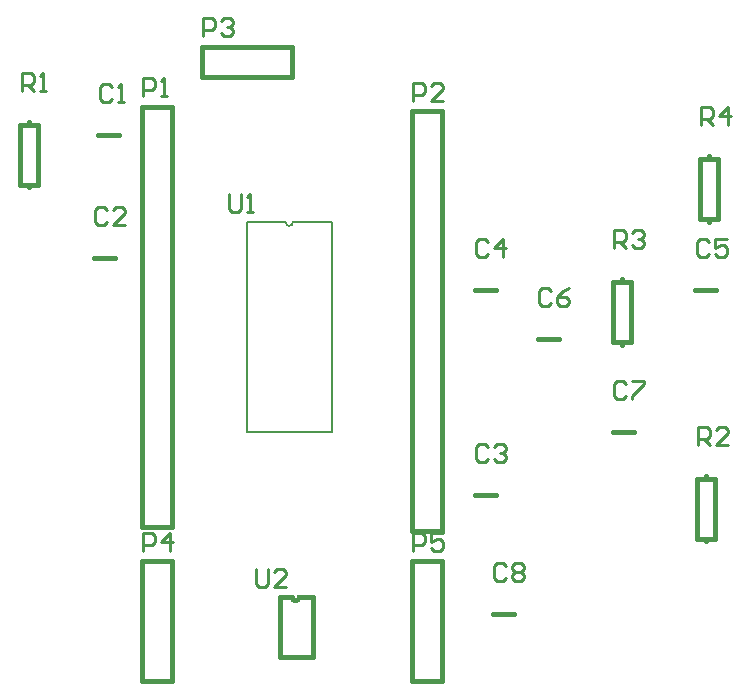
<source format=gto>
%FSLAX25Y25*%
%MOIN*%
G70*
G01*
G75*
%ADD10C,0.02000*%
%ADD11C,0.01500*%
%ADD12O,0.09000X0.02000*%
%ADD13R,0.09000X0.02000*%
%ADD14O,0.08000X0.02500*%
%ADD15R,0.08000X0.02500*%
%ADD16C,0.01000*%
%ADD17C,0.05100*%
%ADD18R,0.05906X0.05906*%
%ADD19C,0.05906*%
%ADD20C,0.05512*%
%ADD21R,0.05906X0.05906*%
%ADD22C,0.06000*%
%ADD23C,0.00787*%
D11*
X523000Y274000D02*
G03*
X525500Y274000I1250J0D01*
G01*
X584000Y308000D02*
X591000D01*
X473000Y286000D02*
X483000D01*
Y246000D02*
Y286000D01*
X473000Y246000D02*
Y286000D01*
Y246000D02*
X483000D01*
X563000D02*
X573000D01*
X563000D02*
Y286000D01*
X573000Y246000D02*
Y286000D01*
X563000D02*
X573000D01*
X519000Y254000D02*
Y274000D01*
Y254000D02*
X530000D01*
Y274000D01*
X525500D02*
X530000D01*
X519000D02*
X523000D01*
X662000Y420000D02*
Y420900D01*
Y399100D02*
Y400000D01*
Y420000D02*
X665000D01*
Y400000D02*
Y420000D01*
X659000Y400000D02*
X665000D01*
X659000D02*
Y420000D01*
X662000D01*
X633000Y358100D02*
Y359000D01*
Y379000D02*
Y379900D01*
X630000Y359000D02*
X633000D01*
X630000D02*
Y379000D01*
X636000D01*
Y359000D02*
Y379000D01*
X633000Y359000D02*
X636000D01*
X661000Y313500D02*
Y314400D01*
Y292600D02*
Y293500D01*
Y313500D02*
X664000D01*
Y293500D02*
Y313500D01*
X658000Y293500D02*
X664000D01*
X658000D02*
Y313500D01*
X661000D01*
X435500Y431500D02*
Y432400D01*
Y410600D02*
Y411500D01*
Y431500D02*
X438500D01*
Y411500D02*
Y431500D01*
X432500Y411500D02*
X438500D01*
X432500D02*
Y431500D01*
X435500D01*
X473000Y437500D02*
X483000D01*
Y297500D02*
Y437500D01*
X473000Y297500D02*
X483000D01*
X473000D02*
Y305000D01*
Y437500D01*
X563000Y296000D02*
X573000D01*
X563000D02*
Y436000D01*
X573000D01*
Y428500D02*
Y436000D01*
Y296000D02*
Y428500D01*
X523000Y447500D02*
Y457500D01*
X493000Y447500D02*
X523000D01*
X493000D02*
Y457500D01*
X523000D01*
X458500Y428000D02*
X465500D01*
X457000Y387000D02*
X464000D01*
X584000Y376500D02*
X591000D01*
X657500D02*
X664500D01*
X605000Y360000D02*
X612000D01*
X630000Y329000D02*
X637000D01*
X590000Y268500D02*
X597000D01*
D16*
X502100Y408398D02*
Y403400D01*
X503100Y402400D01*
X505099D01*
X506099Y403400D01*
Y408398D01*
X508098Y402400D02*
X510097D01*
X509098D01*
Y408398D01*
X508098Y407398D01*
X511100Y283498D02*
Y278500D01*
X512100Y277500D01*
X514099D01*
X515099Y278500D01*
Y283498D01*
X521097Y277500D02*
X517098D01*
X521097Y281499D01*
Y282498D01*
X520097Y283498D01*
X518098D01*
X517098Y282498D01*
X462999Y443898D02*
X461999Y444898D01*
X460000D01*
X459000Y443898D01*
Y439900D01*
X460000Y438900D01*
X461999D01*
X462999Y439900D01*
X464998Y438900D02*
X466997D01*
X465998D01*
Y444898D01*
X464998Y443898D01*
X461499Y402898D02*
X460499Y403898D01*
X458500D01*
X457500Y402898D01*
Y398900D01*
X458500Y397900D01*
X460499D01*
X461499Y398900D01*
X467497Y397900D02*
X463498D01*
X467497Y401899D01*
Y402898D01*
X466497Y403898D01*
X464498D01*
X463498Y402898D01*
X588499Y323998D02*
X587499Y324998D01*
X585500D01*
X584500Y323998D01*
Y320000D01*
X585500Y319000D01*
X587499D01*
X588499Y320000D01*
X590498Y323998D02*
X591498Y324998D01*
X593497D01*
X594497Y323998D01*
Y322999D01*
X593497Y321999D01*
X592497D01*
X593497D01*
X594497Y320999D01*
Y320000D01*
X593497Y319000D01*
X591498D01*
X590498Y320000D01*
X588499Y392498D02*
X587499Y393498D01*
X585500D01*
X584500Y392498D01*
Y388500D01*
X585500Y387500D01*
X587499D01*
X588499Y388500D01*
X593497Y387500D02*
Y393498D01*
X590498Y390499D01*
X594497D01*
X661999Y392398D02*
X660999Y393398D01*
X659000D01*
X658000Y392398D01*
Y388400D01*
X659000Y387400D01*
X660999D01*
X661999Y388400D01*
X667997Y393398D02*
X663998D01*
Y390399D01*
X665997Y391399D01*
X666997D01*
X667997Y390399D01*
Y388400D01*
X666997Y387400D01*
X664998D01*
X663998Y388400D01*
X609499Y375998D02*
X608499Y376998D01*
X606500D01*
X605500Y375998D01*
Y372000D01*
X606500Y371000D01*
X608499D01*
X609499Y372000D01*
X615497Y376998D02*
X613497Y375998D01*
X611498Y373999D01*
Y372000D01*
X612498Y371000D01*
X614497D01*
X615497Y372000D01*
Y372999D01*
X614497Y373999D01*
X611498D01*
X634499Y344998D02*
X633499Y345998D01*
X631500D01*
X630500Y344998D01*
Y341000D01*
X631500Y340000D01*
X633499D01*
X634499Y341000D01*
X636498Y345998D02*
X640497D01*
Y344998D01*
X636498Y341000D01*
Y340000D01*
X594499Y284398D02*
X593499Y285398D01*
X591500D01*
X590500Y284398D01*
Y280400D01*
X591500Y279400D01*
X593499D01*
X594499Y280400D01*
X596498Y284398D02*
X597498Y285398D01*
X599497D01*
X600497Y284398D01*
Y283399D01*
X599497Y282399D01*
X600497Y281399D01*
Y280400D01*
X599497Y279400D01*
X597498D01*
X596498Y280400D01*
Y281399D01*
X597498Y282399D01*
X596498Y283399D01*
Y284398D01*
X597498Y282399D02*
X599497D01*
X473600Y440900D02*
Y446898D01*
X476599D01*
X477599Y445898D01*
Y443899D01*
X476599Y442899D01*
X473600D01*
X479598Y440900D02*
X481597D01*
X480598D01*
Y446898D01*
X479598Y445898D01*
X563600Y439400D02*
Y445398D01*
X566599D01*
X567599Y444398D01*
Y442399D01*
X566599Y441399D01*
X563600D01*
X573597Y439400D02*
X569598D01*
X573597Y443399D01*
Y444398D01*
X572597Y445398D01*
X570598D01*
X569598Y444398D01*
X493600Y460900D02*
Y466898D01*
X496599D01*
X497599Y465898D01*
Y463899D01*
X496599Y462899D01*
X493600D01*
X499598Y465898D02*
X500598Y466898D01*
X502597D01*
X503597Y465898D01*
Y464899D01*
X502597Y463899D01*
X501597D01*
X502597D01*
X503597Y462899D01*
Y461900D01*
X502597Y460900D01*
X500598D01*
X499598Y461900D01*
X473600Y289400D02*
Y295398D01*
X476599D01*
X477599Y294398D01*
Y292399D01*
X476599Y291399D01*
X473600D01*
X482597Y289400D02*
Y295398D01*
X479598Y292399D01*
X483597D01*
X563600Y289400D02*
Y295398D01*
X566599D01*
X567599Y294398D01*
Y292399D01*
X566599Y291399D01*
X563600D01*
X573597Y295398D02*
X569598D01*
Y292399D01*
X571597Y293399D01*
X572597D01*
X573597Y292399D01*
Y290400D01*
X572597Y289400D01*
X570598D01*
X569598Y290400D01*
X433100Y442700D02*
Y448698D01*
X436099D01*
X437099Y447698D01*
Y445699D01*
X436099Y444699D01*
X433100D01*
X435099D02*
X437099Y442700D01*
X439098D02*
X441097D01*
X440098D01*
Y448698D01*
X439098Y447698D01*
X658500Y324700D02*
Y330698D01*
X661499D01*
X662499Y329698D01*
Y327699D01*
X661499Y326699D01*
X658500D01*
X660499D02*
X662499Y324700D01*
X668497D02*
X664498D01*
X668497Y328699D01*
Y329698D01*
X667497Y330698D01*
X665498D01*
X664498Y329698D01*
X630600Y390200D02*
Y396198D01*
X633599D01*
X634599Y395198D01*
Y393199D01*
X633599Y392199D01*
X630600D01*
X632599D02*
X634599Y390200D01*
X636598Y395198D02*
X637598Y396198D01*
X639597D01*
X640597Y395198D01*
Y394199D01*
X639597Y393199D01*
X638597D01*
X639597D01*
X640597Y392199D01*
Y391200D01*
X639597Y390200D01*
X637598D01*
X636598Y391200D01*
X659600Y431200D02*
Y437198D01*
X662599D01*
X663599Y436198D01*
Y434199D01*
X662599Y433199D01*
X659600D01*
X661599D02*
X663599Y431200D01*
X668597D02*
Y437198D01*
X665598Y434199D01*
X669597D01*
D23*
X520966Y399000D02*
G03*
X523466Y399000I1250J0D01*
G01*
X508000Y329000D02*
Y399000D01*
Y329000D02*
X536500D01*
Y399000D01*
X523466D02*
X536500D01*
X508000D02*
X520966D01*
M02*

</source>
